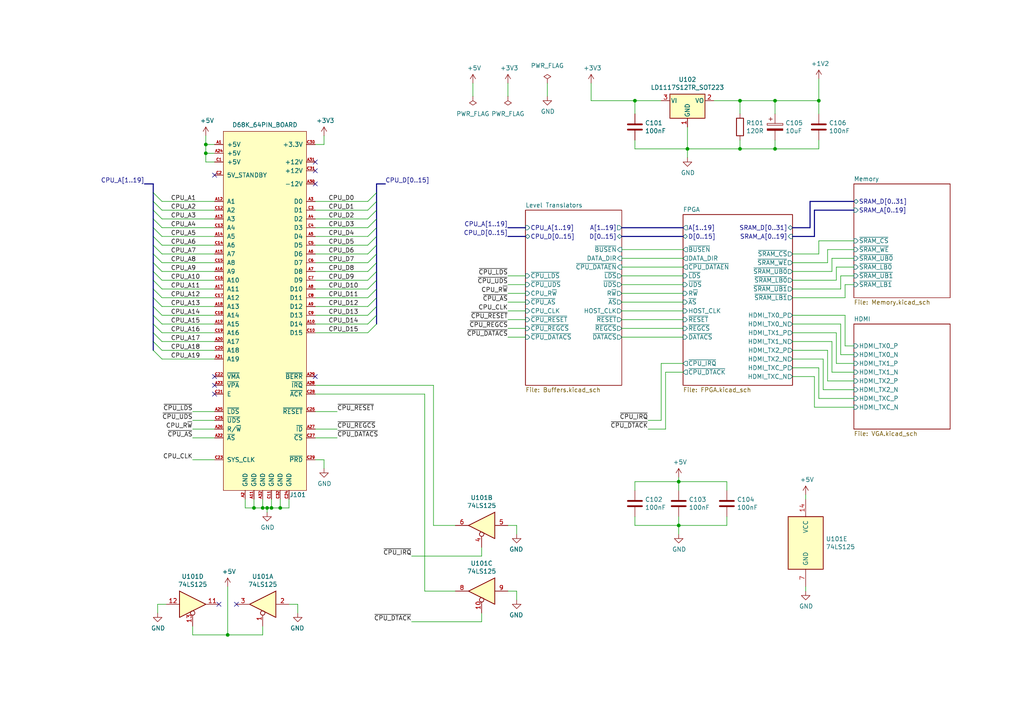
<source format=kicad_sch>
(kicad_sch (version 20230121) (generator eeschema)
  (paper "A4")
  (lib_symbols
    (symbol "74xx:74LS125" (pin_names (offset 1.016))
      (property "Reference" "U" (at 0 1.27 0))
      (property "Value" "74LS125" (at 0 -1.27 0))
      (symbol "74LS125_1_0"
        (polyline (pts (xy -3.81 3.81) (xy -3.81 -3.81) (xy 3.81 0) (xy -3.81 3.81)) (stroke (width 0.254)) (fill (type background)))
        (pin input inverted (at 0 -6.35 90) (length 4.445) (name "~") (number "1"))
        (pin input line (at -7.62 0 0) (length 3.81) (name "~") (number "2"))
        (pin tri_state line (at 7.62 0 180) (length 3.81) (name "~") (number "3"))
      )
      (symbol "74LS125_2_0"
        (polyline (pts (xy -3.81 3.81) (xy -3.81 -3.81) (xy 3.81 0) (xy -3.81 3.81)) (stroke (width 0.254)) (fill (type background)))
        (pin input inverted (at 0 -6.35 90) (length 4.445) (name "~") (number "4"))
        (pin input line (at -7.62 0 0) (length 3.81) (name "~") (number "5"))
        (pin tri_state line (at 7.62 0 180) (length 3.81) (name "~") (number "6"))
      )
      (symbol "74LS125_3_0"
        (polyline (pts (xy -3.81 3.81) (xy -3.81 -3.81) (xy 3.81 0) (xy -3.81 3.81)) (stroke (width 0.254)) (fill (type background)))
        (pin input inverted (at 0 -6.35 90) (length 4.445) (name "~") (number "10"))
        (pin tri_state line (at 7.62 0 180) (length 3.81) (name "~") (number "8"))
        (pin input line (at -7.62 0 0) (length 3.81) (name "~") (number "9"))
      )
      (symbol "74LS125_4_0"
        (polyline (pts (xy -3.81 3.81) (xy -3.81 -3.81) (xy 3.81 0) (xy -3.81 3.81)) (stroke (width 0.254)) (fill (type background)))
        (pin tri_state line (at 7.62 0 180) (length 3.81) (name "~") (number "11"))
        (pin input line (at -7.62 0 0) (length 3.81) (name "~") (number "12"))
        (pin input inverted (at 0 -6.35 90) (length 4.445) (name "~") (number "13"))
      )
      (symbol "74LS125_5_0"
        (pin power_in line (at 0 12.7 270) (length 5.08) (name "VCC") (number "14"))
        (pin power_in line (at 0 -12.7 90) (length 5.08) (name "GND") (number "7"))
      )
      (symbol "74LS125_5_1"
        (rectangle (start -5.08 7.62) (end 5.08 -7.62) (stroke (width 0.254)) (fill (type background)))
      )
    )
    (symbol "Ddraig:D68K_64PIN_BOARD" (pin_names (offset 1.016))
      (property "Reference" "J" (at -11.43 53.34 0))
      (property "Value" "D68K_64PIN_BOARD" (at -2.54 50.8 0))
      (symbol "D68K_64PIN_BOARD_0_1"
        (rectangle (start -12.7 48.26) (end 11.43 -55.88) (fill (type background)))
      )
      (symbol "D68K_64PIN_BOARD_1_1"
        (pin power_in line (at -15.24 44.45 0) (length 2.54) (name "+5V") (number "A1"))
        (pin bidirectional line (at 13.97 -7.62 180) (length 2.54) (name "D14") (number "A10"))
        (pin power_in line (at -3.81 -58.42 90) (length 2.54) (name "GND") (number "A11"))
        (pin output line (at -15.24 27.94 0) (length 2.54) (name "A1") (number "A12"))
        (pin output line (at -15.24 22.86 0) (length 2.54) (name "A3") (number "A13"))
        (pin output line (at -15.24 17.78 0) (length 2.54) (name "A5") (number "A14"))
        (pin output line (at -15.24 12.7 0) (length 2.54) (name "A7") (number "A15"))
        (pin output line (at -15.24 7.62 0) (length 2.54) (name "A9") (number "A16"))
        (pin output line (at -15.24 2.54 0) (length 2.54) (name "A11") (number "A17"))
        (pin output line (at -15.24 -2.54 0) (length 2.54) (name "A13") (number "A18"))
        (pin output line (at -15.24 -7.62 0) (length 2.54) (name "A15") (number "A19"))
        (pin power_in line (at -6.35 -58.42 90) (length 2.54) (name "GND") (number "A2"))
        (pin output line (at -15.24 -12.7 0) (length 2.54) (name "A17") (number "A20"))
        (pin output line (at -15.24 -17.78 0) (length 2.54) (name "A19") (number "A21"))
        (pin output line (at -15.24 -40.64 0) (length 2.54) (name "~{AS}") (number "A22"))
        (pin output line (at -15.24 -25.4 0) (length 2.54) (name "~{VPA}") (number "A23"))
        (pin power_in line (at -15.24 41.91 0) (length 2.54) (name "+5V") (number "A24"))
        (pin output line (at -15.24 -33.02 0) (length 2.54) (name "~{LDS}") (number "A25"))
        (pin output line (at -15.24 -38.1 0) (length 2.54) (name "R/~{W}") (number "A26"))
        (pin output line (at 13.97 -38.1 180) (length 2.54) (name "~{ID}") (number "A27"))
        (pin input line (at 13.97 -25.4 180) (length 2.54) (name "~{IRQ}") (number "A28"))
        (pin input line (at 13.97 -22.86 180) (length 2.54) (name "~{BERR}") (number "A29"))
        (pin bidirectional line (at 13.97 27.94 180) (length 2.54) (name "D0") (number "A3"))
        (pin power_in line (at 13.97 33.02 180) (length 2.54) (name "-12V") (number "A30"))
        (pin power_in line (at 13.97 39.37 180) (length 2.54) (name "+12V") (number "A31"))
        (pin power_in line (at -1.27 -58.42 90) (length 2.54) (name "GND") (number "A32"))
        (pin bidirectional line (at 13.97 22.86 180) (length 2.54) (name "D2") (number "A4"))
        (pin bidirectional line (at 13.97 17.78 180) (length 2.54) (name "D4") (number "A5"))
        (pin bidirectional line (at 13.97 12.7 180) (length 2.54) (name "D6") (number "A6"))
        (pin bidirectional line (at 13.97 7.62 180) (length 2.54) (name "D8") (number "A7"))
        (pin bidirectional line (at 13.97 2.54 180) (length 2.54) (name "D10") (number "A8"))
        (pin bidirectional line (at 13.97 -2.54 180) (length 2.54) (name "D12") (number "A9"))
        (pin power_in line (at -15.24 39.37 0) (length 2.54) (name "+5V") (number "C1"))
        (pin bidirectional line (at 13.97 -10.16 180) (length 2.54) (name "D15") (number "C10"))
        (pin power_in line (at 1.27 -58.42 90) (length 2.54) (name "GND") (number "C11"))
        (pin output line (at -15.24 25.4 0) (length 2.54) (name "A2") (number "C12"))
        (pin output line (at -15.24 20.32 0) (length 2.54) (name "A4") (number "C13"))
        (pin output line (at -15.24 15.24 0) (length 2.54) (name "A6") (number "C14"))
        (pin output line (at -15.24 10.16 0) (length 2.54) (name "A8") (number "C15"))
        (pin output line (at -15.24 5.08 0) (length 2.54) (name "A10") (number "C16"))
        (pin output line (at -15.24 0 0) (length 2.54) (name "A12") (number "C17"))
        (pin output line (at -15.24 -5.08 0) (length 2.54) (name "A14") (number "C18"))
        (pin output line (at -15.24 -10.16 0) (length 2.54) (name "A16") (number "C19"))
        (pin power_in line (at -15.24 35.56 0) (length 2.54) (name "5V_STANDBY") (number "C2"))
        (pin output line (at -15.24 -15.24 0) (length 2.54) (name "A18") (number "C20"))
        (pin output line (at -15.24 -27.94 0) (length 2.54) (name "E") (number "C21"))
        (pin output line (at -15.24 -22.86 0) (length 2.54) (name "~{VMA}") (number "C22"))
        (pin output line (at -15.24 -46.99 0) (length 2.54) (name "SYS_CLK") (number "C23"))
        (pin power_in line (at 6.35 -58.42 90) (length 2.54) (name "GND") (number "C24"))
        (pin output line (at -15.24 -35.56 0) (length 2.54) (name "~{UDS}") (number "C25"))
        (pin output line (at 13.97 -33.02 180) (length 2.54) (name "~{RESET}") (number "C26"))
        (pin output line (at 13.97 -40.64 180) (length 2.54) (name "~{CS}") (number "C27"))
        (pin input line (at 13.97 -27.94 180) (length 2.54) (name "~{ACK}") (number "C28"))
        (pin passive line (at 13.97 -46.99 180) (length 2.54) (name "~{PRD}") (number "C29"))
        (pin bidirectional line (at 13.97 25.4 180) (length 2.54) (name "D1") (number "C3"))
        (pin power_in line (at 13.97 44.45 180) (length 2.54) (name "+3.3V") (number "C30"))
        (pin power_in line (at 13.97 36.83 180) (length 2.54) (name "+12V") (number "C31"))
        (pin power_in line (at 3.81 -58.42 90) (length 2.54) (name "GND") (number "C32"))
        (pin bidirectional line (at 13.97 20.32 180) (length 2.54) (name "D3") (number "C4"))
        (pin bidirectional line (at 13.97 15.24 180) (length 2.54) (name "D5") (number "C5"))
        (pin bidirectional line (at 13.97 10.16 180) (length 2.54) (name "D7") (number "C6"))
        (pin bidirectional line (at 13.97 5.08 180) (length 2.54) (name "D9") (number "C7"))
        (pin bidirectional line (at 13.97 0 180) (length 2.54) (name "D11") (number "C8"))
        (pin bidirectional line (at 13.97 -5.08 180) (length 2.54) (name "D13") (number "C9"))
      )
    )
    (symbol "Device:C" (pin_numbers hide) (pin_names (offset 0.254))
      (property "Reference" "C" (at 0.635 2.54 0))
      (property "Value" "C" (at 0.635 -2.54 0))
      (symbol "C_0_1"
        (polyline (pts (xy -2.032 -0.762) (xy 2.032 -0.762)) (stroke (width 0.508)))
        (polyline (pts (xy -2.032 0.762) (xy 2.032 0.762)) (stroke (width 0.508)))
      )
      (symbol "C_1_1"
        (pin passive line (at 0 3.81 270) (length 2.794) (name "~") (number "1"))
        (pin passive line (at 0 -3.81 90) (length 2.794) (name "~") (number "2"))
      )
    )
    (symbol "Device:C_Polarized" (pin_numbers hide) (pin_names (offset 0.254))
      (property "Reference" "C" (at 0.635 2.54 0))
      (property "Value" "C_Polarized" (at 0.635 -2.54 0))
      (symbol "C_Polarized_0_1"
        (rectangle (start -2.286 0.508) (end 2.286 1.016))
        (polyline (pts (xy -1.778 2.286) (xy -0.762 2.286)))
        (polyline (pts (xy -1.27 2.794) (xy -1.27 1.778)))
        (rectangle (start 2.286 -0.508) (end -2.286 -1.016) (fill (type outline)))
      )
      (symbol "C_Polarized_1_1"
        (pin passive line (at 0 3.81 270) (length 2.794) (name "~") (number "1"))
        (pin passive line (at 0 -3.81 90) (length 2.794) (name "~") (number "2"))
      )
    )
    (symbol "Device:R" (pin_numbers hide) (pin_names (offset 0))
      (property "Reference" "R" (at 2.032 0 90))
      (property "Value" "R" (at 0 0 90))
      (symbol "R_0_1"
        (rectangle (start -1.016 -2.54) (end 1.016 2.54) (stroke (width 0.254)))
      )
      (symbol "R_1_1"
        (pin passive line (at 0 3.81 270) (length 1.27) (name "~") (number "1"))
        (pin passive line (at 0 -3.81 90) (length 1.27) (name "~") (number "2"))
      )
    )
    (symbol "Regulator_Linear:LD1117S12TR_SOT223" (pin_names (offset 0.254))
      (property "Reference" "U" (at -3.81 3.175 0))
      (property "Value" "LD1117S12TR_SOT223" (at 0 3.175 0))
      (symbol "LD1117S12TR_SOT223_0_1"
        (rectangle (start -5.08 -5.08) (end 5.08 1.905) (stroke (width 0.254)) (fill (type background)))
      )
      (symbol "LD1117S12TR_SOT223_1_1"
        (pin power_in line (at 0 -7.62 90) (length 2.54) (name "GND") (number "1"))
        (pin power_out line (at 7.62 0 180) (length 2.54) (name "VO") (number "2"))
        (pin power_in line (at -7.62 0 0) (length 2.54) (name "VI") (number "3"))
      )
    )
    (symbol "power:+1V2" (power) (pin_names (offset 0))
      (property "Value" "+1V2" (at 0 3.556 0))
      (symbol "+1V2_0_1"
        (polyline (pts (xy -0.762 1.27) (xy 0 2.54)))
        (polyline (pts (xy 0 0) (xy 0 2.54)))
        (polyline (pts (xy 0 2.54) (xy 0.762 1.27)))
      )
      (symbol "+1V2_1_1"
        (pin power_in line (at 0 0 90) (length 0) hide (name "+1V2") (number "1"))
      )
    )
    (symbol "power:+3V3" (power) (pin_names (offset 0))
      (property "Value" "+3V3" (at 0 3.556 0))
      (symbol "+3V3_0_1"
        (polyline (pts (xy -0.762 1.27) (xy 0 2.54)))
        (polyline (pts (xy 0 0) (xy 0 2.54)))
        (polyline (pts (xy 0 2.54) (xy 0.762 1.27)))
      )
      (symbol "+3V3_1_1"
        (pin power_in line (at 0 0 90) (length 0) hide (name "+3V3") (number "1"))
      )
    )
    (symbol "power:+5V" (power) (pin_names (offset 0))
      (property "Value" "+5V" (at 0 3.556 0))
      (symbol "+5V_0_1"
        (polyline (pts (xy -0.762 1.27) (xy 0 2.54)))
        (polyline (pts (xy 0 0) (xy 0 2.54)))
        (polyline (pts (xy 0 2.54) (xy 0.762 1.27)))
      )
      (symbol "+5V_1_1"
        (pin power_in line (at 0 0 90) (length 0) hide (name "+5V") (number "1"))
      )
    )
    (symbol "power:GND" (power) (pin_names (offset 0))
      (property "Value" "GND" (at 0 -3.81 0))
      (symbol "GND_0_1"
        (polyline (pts (xy 0 0) (xy 0 -1.27) (xy 1.27 -1.27) (xy 0 -2.54) (xy -1.27 -1.27) (xy 0 -1.27)))
      )
      (symbol "GND_1_1"
        (pin power_in line (at 0 0 270) (length 0) hide (name "GND") (number "1"))
      )
    )
    (symbol "power:PWR_FLAG" (power) (pin_numbers hide) (pin_names (offset 0) hide)
      (property "Value" "PWR_FLAG" (at 0 3.81 0))
      (symbol "PWR_FLAG_0_0"
        (pin power_out line (at 0 0 90) (length 0) (name "pwr") (number "1"))
      )
      (symbol "PWR_FLAG_0_1"
        (polyline (pts (xy 0 0) (xy 0 1.27) (xy -1.016 1.905) (xy 0 2.54) (xy 1.016 1.905) (xy 0 1.27)))
      )
    )
  )
  (junction (at 59.69 41.91))
  (junction (at 237.49 29.21))
  (junction (at 66.04 184.15))
  (junction (at 73.66 147.32))
  (junction (at 214.63 29.21))
  (junction (at 196.85 139.7))
  (junction (at 78.74 147.32))
  (junction (at 196.85 152.4))
  (junction (at 59.69 44.45))
  (junction (at 76.2 147.32))
  (junction (at 224.79 43.18))
  (junction (at 184.15 29.21))
  (junction (at 81.28 147.32))
  (junction (at 199.39 43.18))
  (junction (at 77.47 147.32))
  (junction (at 224.79 29.21))
  (junction (at 214.63 43.18))
  (no_connect (at 91.44 46.99))
  (no_connect (at 91.44 49.53))
  (no_connect (at 91.44 109.22))
  (no_connect (at 62.23 111.76))
  (no_connect (at 62.23 114.3))
  (no_connect (at 62.23 50.8))
  (no_connect (at 68.58 175.26))
  (no_connect (at 91.44 53.34))
  (no_connect (at 62.23 109.22))
  (no_connect (at 63.5 175.26))
  (bus_entry (at 44.45 63.5) (size 2.54 2.54))
  (bus_entry (at 44.45 55.88) (size 2.54 2.54))
  (bus_entry (at 44.45 83.82) (size 2.54 2.54))
  (bus_entry (at 109.22 55.88) (size -2.54 2.54))
  (bus_entry (at 44.45 88.9) (size 2.54 2.54))
  (bus_entry (at 109.22 78.74) (size -2.54 2.54))
  (bus_entry (at 44.45 101.6) (size 2.54 2.54))
  (bus_entry (at 109.22 63.5) (size -2.54 2.54))
  (bus_entry (at 44.45 76.2) (size 2.54 2.54))
  (bus_entry (at 44.45 71.12) (size 2.54 2.54))
  (bus_entry (at 44.45 60.96) (size 2.54 2.54))
  (bus_entry (at 44.45 86.36) (size 2.54 2.54))
  (bus_entry (at 109.22 60.96) (size -2.54 2.54))
  (bus_entry (at 109.22 93.98) (size -2.54 2.54))
  (bus_entry (at 44.45 78.74) (size 2.54 2.54))
  (bus_entry (at 44.45 73.66) (size 2.54 2.54))
  (bus_entry (at 109.22 76.2) (size -2.54 2.54))
  (bus_entry (at 44.45 68.58) (size 2.54 2.54))
  (bus_entry (at 109.22 58.42) (size -2.54 2.54))
  (bus_entry (at 44.45 93.98) (size 2.54 2.54))
  (bus_entry (at 44.45 58.42) (size 2.54 2.54))
  (bus_entry (at 109.22 83.82) (size -2.54 2.54))
  (bus_entry (at 109.22 81.28) (size -2.54 2.54))
  (bus_entry (at 109.22 91.44) (size -2.54 2.54))
  (bus_entry (at 109.22 88.9) (size -2.54 2.54))
  (bus_entry (at 44.45 91.44) (size 2.54 2.54))
  (bus_entry (at 44.45 99.06) (size 2.54 2.54))
  (bus_entry (at 109.22 66.04) (size -2.54 2.54))
  (bus_entry (at 109.22 86.36) (size -2.54 2.54))
  (bus_entry (at 109.22 73.66) (size -2.54 2.54))
  (bus_entry (at 109.22 71.12) (size -2.54 2.54))
  (bus_entry (at 44.45 66.04) (size 2.54 2.54))
  (bus_entry (at 109.22 68.58) (size -2.54 2.54))
  (bus_entry (at 44.45 96.52) (size 2.54 2.54))
  (bus_entry (at 44.45 81.28) (size 2.54 2.54))
  (wire (pts (xy 93.98 135.89) (xy 93.98 133.35)))
  (wire (pts (xy 45.72 175.26) (xy 48.26 175.26)))
  (wire (pts (xy 62.23 93.98) (xy 46.99 93.98)))
  (wire (pts (xy 139.7 180.34) (xy 119.38 180.34)))
  (wire (pts (xy 236.22 118.11) (xy 247.65 118.11)))
  (bus (pts (xy 44.45 91.44) (xy 44.45 93.98)))
  (bus (pts (xy 234.95 58.42) (xy 234.95 66.04)))
  (wire (pts (xy 55.88 127) (xy 62.23 127)))
  (wire (pts (xy 139.7 161.29) (xy 139.7 158.75)))
  (bus (pts (xy 44.45 88.9) (xy 44.45 91.44)))
  (wire (pts (xy 198.12 90.17) (xy 180.34 90.17)))
  (wire (pts (xy 242.57 105.41) (xy 247.65 105.41)))
  (wire (pts (xy 237.49 33.02) (xy 237.49 29.21)))
  (wire (pts (xy 59.69 46.99) (xy 59.69 44.45)))
  (wire (pts (xy 229.87 106.68) (xy 237.49 106.68)))
  (wire (pts (xy 91.44 91.44) (xy 106.68 91.44)))
  (wire (pts (xy 229.87 81.28) (xy 242.57 81.28)))
  (wire (pts (xy 229.87 91.44) (xy 245.11 91.44)))
  (bus (pts (xy 44.45 66.04) (xy 44.45 68.58)))
  (wire (pts (xy 193.04 124.46) (xy 193.04 107.95)))
  (wire (pts (xy 55.88 184.15) (xy 66.04 184.15)))
  (wire (pts (xy 241.3 99.06) (xy 229.87 99.06)))
  (bus (pts (xy 109.22 53.34) (xy 109.22 55.88)))
  (wire (pts (xy 55.88 133.35) (xy 62.23 133.35)))
  (wire (pts (xy 241.3 74.93) (xy 241.3 78.74)))
  (wire (pts (xy 97.79 127) (xy 91.44 127)))
  (bus (pts (xy 44.45 96.52) (xy 44.45 99.06)))
  (wire (pts (xy 62.23 44.45) (xy 59.69 44.45)))
  (wire (pts (xy 91.44 63.5) (xy 106.68 63.5)))
  (bus (pts (xy 44.45 58.42) (xy 44.45 60.96)))
  (wire (pts (xy 62.23 96.52) (xy 46.99 96.52)))
  (wire (pts (xy 180.34 92.71) (xy 198.12 92.71)))
  (wire (pts (xy 214.63 43.18) (xy 214.63 40.64)))
  (wire (pts (xy 229.87 96.52) (xy 242.57 96.52)))
  (wire (pts (xy 245.11 86.36) (xy 245.11 82.55)))
  (wire (pts (xy 91.44 88.9) (xy 106.68 88.9)))
  (wire (pts (xy 210.82 139.7) (xy 210.82 142.24)))
  (bus (pts (xy 109.22 68.58) (xy 109.22 71.12)))
  (wire (pts (xy 233.68 143.51) (xy 233.68 144.78)))
  (wire (pts (xy 91.44 86.36) (xy 106.68 86.36)))
  (wire (pts (xy 91.44 76.2) (xy 106.68 76.2)))
  (wire (pts (xy 237.49 69.85) (xy 247.65 69.85)))
  (wire (pts (xy 191.77 29.21) (xy 184.15 29.21)))
  (wire (pts (xy 62.23 63.5) (xy 46.99 63.5)))
  (wire (pts (xy 243.84 93.98) (xy 229.87 93.98)))
  (wire (pts (xy 152.4 85.09) (xy 147.32 85.09)))
  (wire (pts (xy 86.36 175.26) (xy 86.36 177.8)))
  (wire (pts (xy 180.34 97.79) (xy 198.12 97.79)))
  (wire (pts (xy 247.65 107.95) (xy 241.3 107.95)))
  (bus (pts (xy 44.45 68.58) (xy 44.45 71.12)))
  (wire (pts (xy 229.87 104.14) (xy 238.76 104.14)))
  (wire (pts (xy 198.12 85.09) (xy 180.34 85.09)))
  (wire (pts (xy 91.44 71.12) (xy 106.68 71.12)))
  (bus (pts (xy 44.45 63.5) (xy 44.45 66.04)))
  (wire (pts (xy 93.98 133.35) (xy 91.44 133.35)))
  (bus (pts (xy 44.45 86.36) (xy 44.45 88.9)))
  (wire (pts (xy 236.22 109.22) (xy 236.22 118.11)))
  (wire (pts (xy 83.82 147.32) (xy 83.82 144.78)))
  (wire (pts (xy 196.85 139.7) (xy 210.82 139.7)))
  (wire (pts (xy 139.7 177.8) (xy 139.7 180.34)))
  (wire (pts (xy 243.84 102.87) (xy 243.84 93.98)))
  (wire (pts (xy 78.74 147.32) (xy 81.28 147.32)))
  (wire (pts (xy 199.39 43.18) (xy 199.39 45.72)))
  (bus (pts (xy 109.22 63.5) (xy 109.22 66.04)))
  (wire (pts (xy 91.44 96.52) (xy 106.68 96.52)))
  (wire (pts (xy 184.15 149.86) (xy 184.15 152.4)))
  (bus (pts (xy 44.45 55.88) (xy 44.45 58.42)))
  (wire (pts (xy 91.44 60.96) (xy 106.68 60.96)))
  (bus (pts (xy 44.45 78.74) (xy 44.45 81.28)))
  (wire (pts (xy 77.47 148.59) (xy 77.47 147.32)))
  (wire (pts (xy 257.81 241.3) (xy 262.89 241.3)))
  (wire (pts (xy 180.34 87.63) (xy 198.12 87.63)))
  (wire (pts (xy 191.77 121.92) (xy 187.96 121.92)))
  (bus (pts (xy 109.22 58.42) (xy 109.22 60.96)))
  (wire (pts (xy 73.66 147.32) (xy 76.2 147.32)))
  (wire (pts (xy 62.23 99.06) (xy 46.99 99.06)))
  (wire (pts (xy 196.85 149.86) (xy 196.85 152.4)))
  (wire (pts (xy 91.44 114.3) (xy 123.19 114.3)))
  (wire (pts (xy 238.76 104.14) (xy 238.76 113.03)))
  (wire (pts (xy 91.44 66.04) (xy 106.68 66.04)))
  (bus (pts (xy 109.22 81.28) (xy 109.22 83.82)))
  (wire (pts (xy 81.28 147.32) (xy 83.82 147.32)))
  (wire (pts (xy 152.4 80.01) (xy 147.32 80.01)))
  (bus (pts (xy 44.45 76.2) (xy 44.45 78.74)))
  (wire (pts (xy 125.73 152.4) (xy 132.08 152.4)))
  (wire (pts (xy 242.57 81.28) (xy 242.57 77.47)))
  (wire (pts (xy 76.2 144.78) (xy 76.2 147.32)))
  (wire (pts (xy 91.44 81.28) (xy 106.68 81.28)))
  (wire (pts (xy 76.2 184.15) (xy 76.2 181.61)))
  (wire (pts (xy 147.32 92.71) (xy 152.4 92.71)))
  (wire (pts (xy 71.12 144.78) (xy 71.12 147.32)))
  (wire (pts (xy 62.23 101.6) (xy 46.99 101.6)))
  (wire (pts (xy 91.44 124.46) (xy 97.79 124.46)))
  (wire (pts (xy 198.12 80.01) (xy 180.34 80.01)))
  (bus (pts (xy 109.22 60.96) (xy 109.22 63.5)))
  (wire (pts (xy 62.23 104.14) (xy 46.99 104.14)))
  (wire (pts (xy 91.44 41.91) (xy 93.98 41.91)))
  (wire (pts (xy 224.79 43.18) (xy 237.49 43.18)))
  (wire (pts (xy 229.87 101.6) (xy 240.03 101.6)))
  (wire (pts (xy 158.75 27.94) (xy 158.75 24.13)))
  (wire (pts (xy 119.38 161.29) (xy 139.7 161.29)))
  (bus (pts (xy 234.95 66.04) (xy 229.87 66.04)))
  (wire (pts (xy 45.72 177.8) (xy 45.72 175.26)))
  (wire (pts (xy 73.66 144.78) (xy 73.66 147.32)))
  (wire (pts (xy 62.23 58.42) (xy 46.99 58.42)))
  (wire (pts (xy 62.23 81.28) (xy 46.99 81.28)))
  (wire (pts (xy 97.79 119.38) (xy 91.44 119.38)))
  (wire (pts (xy 210.82 152.4) (xy 210.82 149.86)))
  (wire (pts (xy 147.32 87.63) (xy 152.4 87.63)))
  (bus (pts (xy 44.45 71.12) (xy 44.45 73.66)))
  (wire (pts (xy 91.44 73.66) (xy 106.68 73.66)))
  (bus (pts (xy 44.45 53.34) (xy 44.45 55.88)))
  (wire (pts (xy 224.79 43.18) (xy 224.79 40.64)))
  (wire (pts (xy 196.85 154.94) (xy 196.85 152.4)))
  (wire (pts (xy 171.45 29.21) (xy 171.45 24.13)))
  (wire (pts (xy 196.85 138.43) (xy 196.85 139.7)))
  (wire (pts (xy 214.63 33.02) (xy 214.63 29.21)))
  (bus (pts (xy 109.22 73.66) (xy 109.22 76.2)))
  (wire (pts (xy 184.15 139.7) (xy 196.85 139.7)))
  (wire (pts (xy 62.23 71.12) (xy 46.99 71.12)))
  (wire (pts (xy 241.3 107.95) (xy 241.3 99.06)))
  (bus (pts (xy 44.45 73.66) (xy 44.45 76.2)))
  (wire (pts (xy 224.79 29.21) (xy 237.49 29.21)))
  (wire (pts (xy 187.96 124.46) (xy 193.04 124.46)))
  (wire (pts (xy 77.47 147.32) (xy 78.74 147.32)))
  (wire (pts (xy 243.84 83.82) (xy 229.87 83.82)))
  (wire (pts (xy 199.39 36.83) (xy 199.39 43.18)))
  (wire (pts (xy 62.23 66.04) (xy 46.99 66.04)))
  (wire (pts (xy 59.69 41.91) (xy 59.69 39.37)))
  (wire (pts (xy 224.79 33.02) (xy 224.79 29.21)))
  (wire (pts (xy 184.15 29.21) (xy 171.45 29.21)))
  (wire (pts (xy 238.76 113.03) (xy 247.65 113.03)))
  (bus (pts (xy 109.22 83.82) (xy 109.22 86.36)))
  (wire (pts (xy 207.01 29.21) (xy 214.63 29.21)))
  (wire (pts (xy 237.49 106.68) (xy 237.49 115.57)))
  (wire (pts (xy 66.04 184.15) (xy 76.2 184.15)))
  (wire (pts (xy 184.15 33.02) (xy 184.15 29.21)))
  (wire (pts (xy 137.16 24.13) (xy 137.16 27.94)))
  (wire (pts (xy 147.32 97.79) (xy 152.4 97.79)))
  (bus (pts (xy 44.45 60.96) (xy 44.45 63.5)))
  (wire (pts (xy 240.03 72.39) (xy 247.65 72.39)))
  (wire (pts (xy 55.88 121.92) (xy 62.23 121.92)))
  (wire (pts (xy 62.23 76.2) (xy 46.99 76.2)))
  (wire (pts (xy 62.23 41.91) (xy 59.69 41.91)))
  (wire (pts (xy 214.63 43.18) (xy 224.79 43.18)))
  (wire (pts (xy 242.57 96.52) (xy 242.57 105.41)))
  (bus (pts (xy 147.32 66.04) (xy 152.4 66.04)))
  (wire (pts (xy 180.34 82.55) (xy 198.12 82.55)))
  (wire (pts (xy 62.23 73.66) (xy 46.99 73.66)))
  (wire (pts (xy 91.44 111.76) (xy 125.73 111.76)))
  (wire (pts (xy 243.84 80.01) (xy 243.84 83.82)))
  (wire (pts (xy 237.49 115.57) (xy 247.65 115.57)))
  (wire (pts (xy 247.65 102.87) (xy 243.84 102.87)))
  (wire (pts (xy 62.23 88.9) (xy 46.99 88.9)))
  (wire (pts (xy 180.34 74.93) (xy 198.12 74.93)))
  (wire (pts (xy 62.23 91.44) (xy 46.99 91.44)))
  (bus (pts (xy 44.45 99.06) (xy 44.45 101.6)))
  (wire (pts (xy 245.11 91.44) (xy 245.11 100.33)))
  (wire (pts (xy 237.49 73.66) (xy 237.49 69.85)))
  (wire (pts (xy 240.03 110.49) (xy 247.65 110.49)))
  (wire (pts (xy 196.85 152.4) (xy 210.82 152.4)))
  (wire (pts (xy 62.23 86.36) (xy 46.99 86.36)))
  (bus (pts (xy 109.22 55.88) (xy 109.22 58.42)))
  (wire (pts (xy 62.23 119.38) (xy 55.88 119.38)))
  (wire (pts (xy 229.87 73.66) (xy 237.49 73.66)))
  (wire (pts (xy 247.65 80.01) (xy 243.84 80.01)))
  (bus (pts (xy 44.45 83.82) (xy 44.45 86.36)))
  (wire (pts (xy 91.44 93.98) (xy 106.68 93.98)))
  (wire (pts (xy 91.44 83.82) (xy 106.68 83.82)))
  (bus (pts (xy 109.22 78.74) (xy 109.22 81.28)))
  (wire (pts (xy 214.63 29.21) (xy 224.79 29.21)))
  (wire (pts (xy 78.74 144.78) (xy 78.74 147.32)))
  (wire (pts (xy 83.82 175.26) (xy 86.36 175.26)))
  (wire (pts (xy 91.44 58.42) (xy 106.68 58.42)))
  (wire (pts (xy 237.49 29.21) (xy 237.49 22.86)))
  (wire (pts (xy 199.39 43.18) (xy 214.63 43.18)))
  (wire (pts (xy 184.15 40.64) (xy 184.15 43.18)))
  (wire (pts (xy 229.87 109.22) (xy 236.22 109.22)))
  (wire (pts (xy 198.12 95.25) (xy 180.34 95.25)))
  (wire (pts (xy 184.15 142.24) (xy 184.15 139.7)))
  (bus (pts (xy 109.22 86.36) (xy 109.22 88.9)))
  (wire (pts (xy 91.44 78.74) (xy 106.68 78.74)))
  (wire (pts (xy 149.86 171.45) (xy 147.32 171.45)))
  (wire (pts (xy 62.23 83.82) (xy 46.99 83.82)))
  (wire (pts (xy 123.19 171.45) (xy 132.08 171.45)))
  (bus (pts (xy 198.12 68.58) (xy 180.34 68.58)))
  (bus (pts (xy 109.22 66.04) (xy 109.22 68.58)))
  (wire (pts (xy 147.32 24.13) (xy 147.32 27.94)))
  (bus (pts (xy 109.22 71.12) (xy 109.22 73.66)))
  (wire (pts (xy 184.15 152.4) (xy 196.85 152.4)))
  (bus (pts (xy 147.32 68.58) (xy 152.4 68.58)))
  (bus (pts (xy 109.22 76.2) (xy 109.22 78.74)))
  (wire (pts (xy 180.34 72.39) (xy 198.12 72.39)))
  (wire (pts (xy 240.03 76.2) (xy 240.03 72.39)))
  (wire (pts (xy 184.15 43.18) (xy 199.39 43.18)))
  (wire (pts (xy 237.49 43.18) (xy 237.49 40.64)))
  (wire (pts (xy 229.87 76.2) (xy 240.03 76.2)))
  (wire (pts (xy 62.23 124.46) (xy 55.88 124.46)))
  (wire (pts (xy 93.98 41.91) (xy 93.98 39.37)))
  (wire (pts (xy 71.12 147.32) (xy 73.66 147.32)))
  (wire (pts (xy 240.03 101.6) (xy 240.03 110.49)))
  (wire (pts (xy 229.87 86.36) (xy 245.11 86.36)))
  (wire (pts (xy 149.86 173.99) (xy 149.86 171.45)))
  (wire (pts (xy 241.3 74.93) (xy 247.65 74.93)))
  (bus (pts (xy 236.22 60.96) (xy 247.65 60.96)))
  (wire (pts (xy 245.11 100.33) (xy 247.65 100.33)))
  (wire (pts (xy 191.77 105.41) (xy 191.77 121.92)))
  (wire (pts (xy 147.32 82.55) (xy 152.4 82.55)))
  (bus (pts (xy 44.45 81.28) (xy 44.45 83.82)))
  (wire (pts (xy 196.85 139.7) (xy 196.85 142.24)))
  (bus (pts (xy 44.45 93.98) (xy 44.45 96.52)))
  (wire (pts (xy 55.88 181.61) (xy 55.88 184.15)))
  (wire (pts (xy 62.23 46.99) (xy 59.69 46.99)))
  (wire (pts (xy 152.4 90.17) (xy 147.32 90.17)))
  (wire (pts (xy 59.69 44.45) (xy 59.69 41.91)))
  (wire (pts (xy 152.4 95.25) (xy 147.32 95.25)))
  (wire (pts (xy 76.2 147.32) (xy 77.47 147.32)))
  (wire (pts (xy 149.86 152.4) (xy 149.86 154.94)))
  (wire (pts (xy 147.32 152.4) (xy 149.86 152.4)))
  (bus (pts (xy 109.22 88.9) (xy 109.22 91.44)))
  (wire (pts (xy 180.34 77.47) (xy 198.12 77.47)))
  (wire (pts (xy 245.11 82.55) (xy 247.65 82.55)))
  (wire (pts (xy 62.23 60.96) (xy 46.99 60.96)))
  (wire (pts (xy 198.12 105.41) (xy 191.77 105.41)))
  (wire (pts (xy 81.28 144.78) (xy 81.28 147.32)))
  (wire (pts (xy 66.04 170.18) (xy 66.04 184.15)))
  (wire (pts (xy 233.68 171.45) (xy 233.68 170.18)))
  (wire (pts (xy 242.57 77.47) (xy 247.65 77.47)))
  (bus (pts (xy 236.22 68.58) (xy 236.22 60.96)))
  (wire (pts (xy 241.3 78.74) (xy 229.87 78.74)))
  (bus (pts (xy 109.22 53.34) (xy 111.76 53.34)))
  (bus (pts (xy 41.91 53.34) (xy 44.45 53.34)))
  (bus (pts (xy 180.34 66.04) (xy 198.12 66.04)))
  (bus (pts (xy 229.87 68.58) (xy 236.22 68.58)))
  (wire (pts (xy 193.04 107.95) (xy 198.12 107.95)))
  (wire (pts (xy 123.19 114.3) (xy 123.19 171.45)))
  (wire (pts (xy 62.23 68.58) (xy 46.99 68.58)))
  (bus (pts (xy 109.22 91.44) (xy 109.22 93.98)))
  (wire (pts (xy 62.23 78.74) (xy 46.99 78.74)))
  (wire (pts (xy 125.73 111.76) (xy 125.73 152.4)))
  (wire (pts (xy 91.44 68.58) (xy 106.68 68.58)))
  (bus (pts (xy 247.65 58.42) (xy 234.95 58.42)))
  (label "~{CPU_IRQ}" (at 119.38 161.29 180))
  (label "CPU_A8" (at 49.53 76.2 0))
  (label "CPU_D13" (at 95.25 91.44 0))
  (label "CPU_D2" (at 95.25 63.5 0))
  (label "CPU_D0" (at 95.25 58.42 0))
  (label "~{CPU_RESET}" (at 97.79 119.38 0))
  (label "CPU_D1" (at 95.25 60.96 0))
  (label "CPU_R~{W}" (at 147.32 85.09 180))
  (label "~{CPU_IRQ}" (at 187.96 121.92 180))
  (label "CPU_R~{W}" (at 55.88 124.46 180))
  (label "CPU_A[1..19]" (at 41.91 53.34 180))
  (label "CPU_A[1..19]" (at 147.32 66.04 180))
  (label "CPU_D[0..15]" (at 111.76 53.34 0))
  (label "CPU_A2" (at 49.53 60.96 0))
  (label "CPU_A5" (at 49.53 68.58 0))
  (label "CPU_A19" (at 49.53 104.14 0))
  (label "~{CPU_DATACS}" (at 147.32 97.79 180))
  (label "~{CPU_UDS}" (at 147.32 82.55 180))
  (label "CPU_A1" (at 49.53 58.42 0))
  (label "CPU_A11" (at 49.53 83.82 0))
  (label "~{CPU_DTACK}" (at 119.38 180.34 180))
  (label "CPU_D11" (at 95.25 86.36 0))
  (label "CPU_A9" (at 49.53 78.74 0))
  (label "CPU_CLK" (at 147.32 90.17 180))
  (label "CPU_CLK" (at 55.88 133.35 180))
  (label "~{CPU_AS}" (at 147.32 87.63 180))
  (label "CPU_A4" (at 49.53 66.04 0))
  (label "CPU_A17" (at 49.53 99.06 0))
  (label "CPU_A3" (at 49.53 63.5 0))
  (label "~{CPU_REGCS}" (at 97.79 124.46 0))
  (label "CPU_D7" (at 95.25 76.2 0))
  (label "CPU_A6" (at 49.53 71.12 0))
  (label "~{CPU_AS}" (at 55.88 127 180))
  (label "~{CPU_DTACK}" (at 187.96 124.46 180))
  (label "CPU_A15" (at 49.53 93.98 0))
  (label "~{CPU_LDS}" (at 55.88 119.38 180))
  (label "CPU_A16" (at 49.53 96.52 0))
  (label "~{CPU_DATACS}" (at 97.79 127 0))
  (label "CPU_D[0..15]" (at 147.32 68.58 180))
  (label "CPU_A12" (at 49.53 86.36 0))
  (label "CPU_D12" (at 95.25 88.9 0))
  (label "CPU_D14" (at 95.25 93.98 0))
  (label "CPU_D3" (at 95.25 66.04 0))
  (label "CPU_A13" (at 49.53 88.9 0))
  (label "~{CPU_RESET}" (at 147.32 92.71 180))
  (label "~{CPU_UDS}" (at 55.88 121.92 180))
  (label "CPU_A14" (at 49.53 91.44 0))
  (label "CPU_D15" (at 95.25 96.52 0))
  (label "CPU_D8" (at 95.25 78.74 0))
  (label "CPU_D9" (at 95.25 81.28 0))
  (label "CPU_D6" (at 95.25 73.66 0))
  (label "CPU_D4" (at 95.25 68.58 0))
  (label "~{CPU_REGCS}" (at 147.32 95.25 180))
  (label "~{CPU_LDS}" (at 147.32 80.01 180))
  (label "CPU_D5" (at 95.25 71.12 0))
  (label "CPU_D10" (at 95.25 83.82 0))
  (label "CPU_A10" (at 49.53 81.28 0))
  (label "CPU_A18" (at 49.53 101.6 0))
  (label "CPU_A7" (at 49.53 73.66 0))
  (symbol (lib_id "Ddraig:D68K_64PIN_BOARD") (at 77.47 86.36 0) (unit 1)
    (property "Reference" "J101" (at 86.36 143.51 0))
    (property "Value" "D68K_64PIN_BOARD" (at 76.835 36.2204 0))
    (property "Footprint" "Ddraig:DIN41612_C_2x32_Male_Horizontal_THT" (effects hide))
  )
  (symbol (lib_id "power:+3V3") (at 93.98 39.37 0) (unit 1)
    (property "Reference" "#PWR0105" (effects hide))
    (property "Value" "+3V3" (at 94.361 34.9758 0))
  )
  (symbol (lib_id "power:+5V") (at 59.69 39.37 0) (unit 1)
    (property "Reference" "#PWR0102" (effects hide))
    (property "Value" "+5V" (at 60.071 34.9758 0))
  )
  (symbol (lib_id "power:GND") (at 77.47 148.59 0) (unit 1)
    (property "Reference" "#PWR0104" (effects hide))
    (property "Value" "GND" (at 77.597 152.9842 0))
  )
  (symbol (lib_id "power:GND") (at 93.98 135.89 0) (unit 1)
    (property "Reference" "#PWR0106" (effects hide))
    (property "Value" "GND" (at 94.107 140.2842 0))
  )
  (symbol (lib_id "Device:C") (at 184.15 36.83 0) (unit 1)
    (property "Reference" "C101" (at 187.071 35.6616 0) (effects (justify left)))
    (property "Value" "100nF" (at 187.071 37.973 0) (effects (justify left)))
    (property "Footprint" "Capacitor_SMD:C_0805_2012Metric" (effects hide))
  )
  (symbol (lib_id "Regulator_Linear:LD1117S12TR_SOT223") (at 199.39 29.21 0) (unit 1)
    (property "Reference" "U102" (at 199.39 23.0632 0))
    (property "Value" "LD1117S12TR_SOT223" (at 199.39 25.3746 0))
    (property "Footprint" "Package_TO_SOT_SMD:SOT-223-3_TabPin2" (effects hide))
    (property "Datasheet" "http://www.st.com/st-web-ui/static/active/en/resource/technical/document/datasheet/CD00000544.pdf" (effects hide))
  )
  (symbol (lib_id "power:+3V3") (at 171.45 24.13 0) (unit 1)
    (property "Reference" "#PWR0110" (effects hide))
    (property "Value" "+3V3" (at 171.831 19.7358 0))
  )
  (symbol (lib_id "power:+1V2") (at 237.49 22.86 0) (unit 1)
    (property "Reference" "#PWR0114" (effects hide))
    (property "Value" "+1V2" (at 237.871 18.4658 0))
  )
  (symbol (lib_id "Device:R") (at 214.63 36.83 0) (unit 1)
    (property "Reference" "R101" (at 216.408 35.6616 0) (effects (justify left)))
    (property "Value" "120R" (at 216.408 37.973 0) (effects (justify left)))
    (property "Footprint" "Resistor_SMD:R_0805_2012Metric" (effects hide))
  )
  (symbol (lib_id "Device:C_Polarized") (at 224.79 36.83 0) (unit 1)
    (property "Reference" "C105" (at 227.7872 35.6616 0) (effects (justify left)))
    (property "Value" "10uF" (at 227.7872 37.973 0) (effects (justify left)))
    (property "Footprint" "Capacitor_SMD:CP_Elec_4x5.3" (effects hide))
  )
  (symbol (lib_id "power:GND") (at 199.39 45.72 0) (unit 1)
    (property "Reference" "#PWR0113" (effects hide))
    (property "Value" "GND" (at 199.517 50.1142 0))
  )
  (symbol (lib_id "Device:C") (at 184.15 146.05 0) (unit 1)
    (property "Reference" "C102" (at 187.071 144.8816 0) (effects (justify left)))
    (property "Value" "100nF" (at 187.071 147.193 0) (effects (justify left)))
    (property "Footprint" "Capacitor_SMD:C_0805_2012Metric" (effects hide))
  )
  (symbol (lib_id "power:+5V") (at 196.85 138.43 0) (unit 1)
    (property "Reference" "#PWR0111" (effects hide))
    (property "Value" "+5V" (at 197.231 134.0358 0))
  )
  (symbol (lib_id "power:GND") (at 196.85 154.94 0) (unit 1)
    (property "Reference" "#PWR0112" (effects hide))
    (property "Value" "GND" (at 196.977 159.3342 0))
  )
  (symbol (lib_id "Device:C") (at 196.85 146.05 0) (unit 1)
    (property "Reference" "C103" (at 199.771 144.8816 0) (effects (justify left)))
    (property "Value" "100nF" (at 199.771 147.193 0) (effects (justify left)))
    (property "Footprint" "Capacitor_SMD:C_0805_2012Metric" (effects hide))
  )
  (symbol (lib_id "Device:C") (at 210.82 146.05 0) (unit 1)
    (property "Reference" "C104" (at 213.741 144.8816 0) (effects (justify left)))
    (property "Value" "100nF" (at 213.741 147.193 0) (effects (justify left)))
    (property "Footprint" "Capacitor_SMD:C_0805_2012Metric" (effects hide))
  )
  (symbol (lib_id "74xx:74LS125") (at 76.2 175.26 0) (mirror y) (unit 1)
    (property "Reference" "U101" (at 76.2 167.2082 0))
    (property "Value" "74LS125" (at 76.2 169.5196 0))
    (property "Footprint" "Package_SO:SO-14_3.9x8.65mm_P1.27mm" (effects hide))
    (property "Datasheet" "http://www.ti.com/lit/gpn/sn74LS125" (effects hide))
  )
  (symbol (lib_id "74xx:74LS125") (at 139.7 152.4 0) (mirror y) (unit 2)
    (property "Reference" "U101" (at 139.7 144.3482 0))
    (property "Value" "74LS125" (at 139.7 146.6596 0))
    (property "Footprint" "Package_SO:SO-14_3.9x8.65mm_P1.27mm" (effects hide))
    (property "Datasheet" "http://www.ti.com/lit/gpn/sn74LS125" (effects hide))
  )
  (symbol (lib_id "74xx:74LS125") (at 139.7 171.45 0) (mirror y) (unit 3)
    (property "Reference" "U101" (at 139.7 163.3982 0))
    (property "Value" "74LS125" (at 139.7 165.7096 0))
    (property "Footprint" "Package_SO:SO-14_3.9x8.65mm_P1.27mm" (effects hide))
    (property "Datasheet" "http://www.ti.com/lit/gpn/sn74LS125" (effects hide))
  )
  (symbol (lib_id "74xx:74LS125") (at 55.88 175.26 0) (unit 4)
    (property "Reference" "U101" (at 55.88 167.2082 0))
    (property "Value" "74LS125" (at 55.88 169.5196 0))
    (property "Footprint" "Package_SO:SO-14_3.9x8.65mm_P1.27mm" (effects hide))
    (property "Datasheet" "http://www.ti.com/lit/gpn/sn74LS125" (effects hide))
  )
  (symbol (lib_id "74xx:74LS125") (at 233.68 157.48 0) (unit 5)
    (property "Reference" "U101" (at 239.522 156.3116 0) (effects (justify left)))
    (property "Value" "74LS125" (at 239.522 158.623 0) (effects (justify left)))
    (property "Footprint" "Package_SO:SO-14_3.9x8.65mm_P1.27mm" (effects hide))
    (property "Datasheet" "http://www.ti.com/lit/gpn/sn74LS125" (effects hide))
  )
  (symbol (lib_id "power:GND") (at 86.36 177.8 0) (mirror y) (unit 1)
    (property "Reference" "#PWR0107" (effects hide))
    (property "Value" "GND" (at 86.233 182.1942 0))
  )
  (symbol (lib_id "power:GND") (at 149.86 154.94 0) (mirror y) (unit 1)
    (property "Reference" "#PWR0108" (effects hide))
    (property "Value" "GND" (at 149.733 159.3342 0))
  )
  (symbol (lib_id "power:+5V") (at 233.68 143.51 0) (unit 1)
    (property "Reference" "#PWR0115" (effects hide))
    (property "Value" "+5V" (at 234.061 139.1158 0))
  )
  (symbol (lib_id "power:+5V") (at 66.04 170.18 0) (unit 1)
    (property "Reference" "#PWR0103" (effects hide))
    (property "Value" "+5V" (at 66.421 165.7858 0))
  )
  (symbol (lib_id "power:GND") (at 149.86 173.99 0) (mirror y) (unit 1)
    (property "Reference" "#PWR0109" (effects hide))
    (property "Value" "GND" (at 149.733 178.3842 0))
  )
  (symbol (lib_id "power:GND") (at 45.72 177.8 0) (unit 1)
    (property "Reference" "#PWR0101" (effects hide))
    (property "Value" "GND" (at 45.847 182.1942 0))
  )
  (symbol (lib_id "power:GND") (at 233.68 171.45 0) (unit 1)
    (property "Reference" "#PWR0116" (effects hide))
    (property "Value" "GND" (at 233.807 175.8442 0))
  )
  (symbol (lib_id "Device:C") (at 237.49 36.83 0) (unit 1)
    (property "Reference" "C106" (at 240.411 35.6616 0) (effects (justify left)))
    (property "Value" "100nF" (at 240.411 37.973 0) (effects (justify left)))
    (property "Footprint" "Capacitor_SMD:C_0805_2012Metric" (effects hide))
  )
  (symbol (lib_id "power:PWR_FLAG") (at 137.16 27.94 180) (unit 1)
    (property "Reference" "#FLG0101" (effects hide))
    (property "Value" "PWR_FLAG" (at 137.16 33.02 0))
  )
  (symbol (lib_id "power:+3V3") (at 147.32 24.13 0) (unit 1)
    (property "Reference" "#PWR0123" (effects hide))
    (property "Value" "+3V3" (at 147.701 19.7358 0))
  )
  (symbol (lib_id "power:PWR_FLAG") (at 147.32 27.94 180) (unit 1)
    (property "Reference" "#FLG0103" (effects hide))
    (property "Value" "PWR_FLAG" (at 147.32 33.02 0))
  )
  (symbol (lib_id "power:+5V") (at 137.16 24.13 0) (unit 1)
    (property "Reference" "#PWR0121" (effects hide))
    (property "Value" "+5V" (at 137.541 19.7358 0))
  )
  (symbol (lib_id "power:PWR_FLAG") (at 158.75 24.13 0) (unit 1)
    (property "Reference" "#FLG0102" (effects hide))
    (property "Value" "PWR_FLAG" (at 158.75 19.05 0))
  )
  (symbol (lib_id "power:GND") (at 158.75 27.94 0) (unit 1)
    (property "Reference" "#PWR0122" (effects hide))
    (property "Value" "GND" (at 158.877 32.3342 0))
  )
  (sheet (at 152.4 60.96) (size 27.94 50.8)
    (property "Sheetname" "Level Translators" (at 152.4 60.2484 0) (effects (justify left bottom)))
    (property "Sheetfile" "Buffers.kicad_sch" (at 152.4 112.3446 0) (effects (justify left top)))
    (pin "CPU_A[1..19]" input (at 152.4 66.04 180))
    (pin "CPU_D[0..15]" bidirectional (at 152.4 68.58 180))
    (pin "A[1..19]" output (at 180.34 66.04 0))
    (pin "D[0..15]" bidirectional (at 180.34 68.58 0))
    (pin "~{CPU_LDS}" input (at 152.4 80.01 180))
    (pin "~{CPU_UDS}" input (at 152.4 82.55 180))
    (pin "CPU_R~{W}" input (at 152.4 85.09 180))
    (pin "~{CPU_AS}" input (at 152.4 87.63 180))
    (pin "CPU_CLK" input (at 152.4 90.17 180))
    (pin "~{CPU_RESET}" input (at 152.4 92.71 180))
    (pin "~{CPU_REGCS}" input (at 152.4 95.25 180))
    (pin "~{CPU_DATACS}" input (at 152.4 97.79 180))
    (pin "~{LDS}" output (at 180.34 80.01 0))
    (pin "~{UDS}" output (at 180.34 82.55 0))
    (pin "R~{W}" output (at 180.34 85.09 0))
    (pin "~{AS}" output (at 180.34 87.63 0))
    (pin "~{RESET}" output (at 180.34 92.71 0))
    (pin "~{REGCS}" output (at 180.34 95.25 0))
    (pin "~{DATACS}" output (at 180.34 97.79 0))
    (pin "HOST_CLK" output (at 180.34 90.17 0))
    (pin "~{CPU_DATAEN}" input (at 180.34 77.47 0))
    (pin "DATA_DIR" input (at 180.34 74.93 0))
    (pin "~{BUSEN}" input (at 180.34 72.39 0))
  )
  (sheet (at 198.12 62.23) (size 31.75 49.53)
    (property "Sheetname" "FPGA" (at 198.12 61.5184 0) (effects (justify left bottom)))
    (property "Sheetfile" "FPGA.kicad_sch" (at 198.12 112.3446 0) (effects (justify left top)))
    (pin "SRAM_A[0..19]" input (at 229.87 68.58 0))
    (pin "A[1..19]" output (at 198.12 66.04 180))
    (pin "D[0..15]" bidirectional (at 198.12 68.58 180))
    (pin "~{LDS}" input (at 198.12 80.01 180))
    (pin "~{UDS}" input (at 198.12 82.55 180))
    (pin "R~{W}" input (at 198.12 85.09 180))
    (pin "~{AS}" input (at 198.12 87.63 180))
    (pin "~{RESET}" input (at 198.12 92.71 180))
    (pin "~{REGCS}" input (at 198.12 95.25 180))
    (pin "~{DATACS}" input (at 198.12 97.79 180))
    (pin "HOST_CLK" input (at 198.12 90.17 180))
    (pin "SRAM_D[0..31]" bidirectional (at 229.87 66.04 0))
    (pin "~{CPU_DTACK}" output (at 198.12 107.95 180))
    (pin "~{CPU_IRQ}" output (at 198.12 105.41 180))
    (pin "~{SRAM_WE}" output (at 229.87 76.2 0))
    (pin "~{SRAM_CS}" output (at 229.87 73.66 0))
    (pin "~{SRAM_UB0}" output (at 229.87 78.74 0))
    (pin "~{SRAM_UB1}" output (at 229.87 83.82 0))
    (pin "~{SRAM_LB0}" output (at 229.87 81.28 0))
    (pin "~{SRAM_LB1}" output (at 229.87 86.36 0))
    (pin "DATA_DIR" output (at 198.12 74.93 180))
    (pin "~{BUSEN}" output (at 198.12 72.39 180))
    (pin "~{CPU_DATAEN}" output (at 198.12 77.47 180))
    (pin "HDMI_TXC_P" output (at 229.87 106.68 0))
    (pin "HDMI_TX1_N" output (at 229.87 99.06 0))
    (pin "HDMI_TXC_N" output (at 229.87 109.22 0))
    (pin "HDMI_TX1_P" output (at 229.87 96.52 0))
    (pin "HDMI_TX0_N" output (at 229.87 93.98 0))
    (pin "HDMI_TX0_P" output (at 229.87 91.44 0))
    (pin "HDMI_TX2_N" output (at 229.87 104.14 0))
    (pin "HDMI_TX2_P" output (at 229.87 101.6 0))
  )
  (sheet (at 247.65 53.34) (size 27.94 33.02)
    (property "Sheetname" "Memory" (at 247.65 52.6284 0) (effects (justify left bottom)))
    (property "Sheetfile" "Memory.kicad_sch" (at 247.65 86.9446 0) (effects (justify left top)))
    (pin "SRAM_A[0..19]" input (at 247.65 60.96 180))
    (pin "~{SRAM_CS}" input (at 247.65 69.85 180))
    (pin "~{SRAM_WE}" input (at 247.65 72.39 180))
    (pin "SRAM_D[0..31]" bidirectional (at 247.65 58.42 180))
    (pin "~{SRAM_UB0}" input (at 247.65 74.93 180))
    (pin "~{SRAM_LB0}" input (at 247.65 77.47 180))
    (pin "~{SRAM_UB1}" input (at 247.65 80.01 180))
    (pin "~{SRAM_LB1}" input (at 247.65 82.55 180))
  )
  (sheet (at 247.65 93.98) (size 27.94 30.48)
    (property "Sheetname" "HDMI" (at 247.65 93.2684 0) (effects (justify left bottom)))
    (property "Sheetfile" "VGA.kicad_sch" (at 247.65 125.0446 0) (effects (justify left top)))
    (pin "HDMI_TX2_P" input (at 247.65 110.49 180))
    (pin "HDMI_TX2_N" input (at 247.65 113.03 180))
    (pin "HDMI_TX1_P" input (at 247.65 105.41 180))
    (pin "HDMI_TX1_N" input (at 247.65 107.95 180))
    (pin "HDMI_TXC_P" input (at 247.65 115.57 180))
    (pin "HDMI_TXC_N" input (at 247.65 118.11 180))
    (pin "HDMI_TX0_N" input (at 247.65 102.87 180))
    (pin "HDMI_TX0_P" input (at 247.65 100.33 180))
  )
)
</source>
